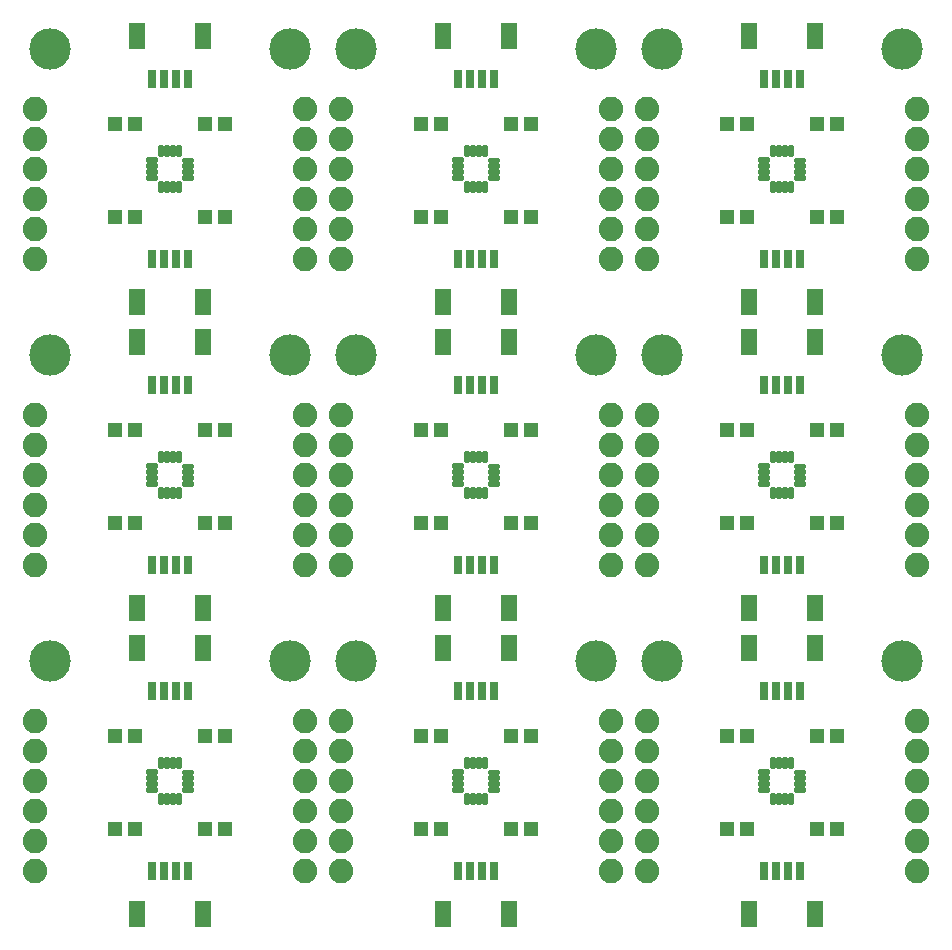
<source format=gts>
G75*
%MOIN*%
%OFA0B0*%
%FSLAX25Y25*%
%IPPOS*%
%LPD*%
%AMOC8*
5,1,8,0,0,1.08239X$1,22.5*
%
%ADD10C,0.01486*%
%ADD11R,0.05131X0.04737*%
%ADD12C,0.13800*%
%ADD13C,0.08200*%
%ADD14R,0.05524X0.08674*%
%ADD15R,0.03162X0.06115*%
D10*
X0198566Y0181784D02*
X0201226Y0181784D01*
X0198566Y0181784D02*
X0198566Y0182278D01*
X0201226Y0182278D01*
X0201226Y0181784D01*
X0201226Y0183753D02*
X0198566Y0183753D01*
X0198566Y0184247D01*
X0201226Y0184247D01*
X0201226Y0183753D01*
X0201226Y0185722D02*
X0198566Y0185722D01*
X0198566Y0186216D01*
X0201226Y0186216D01*
X0201226Y0185722D01*
X0201226Y0187690D02*
X0198566Y0187690D01*
X0198566Y0188184D01*
X0201226Y0188184D01*
X0201226Y0187690D01*
X0203143Y0189568D02*
X0203143Y0192228D01*
X0203143Y0189568D02*
X0202649Y0189568D01*
X0202649Y0192228D01*
X0203143Y0192228D01*
X0203143Y0191053D02*
X0202649Y0191053D01*
X0205112Y0192228D02*
X0205112Y0189568D01*
X0204618Y0189568D01*
X0204618Y0192228D01*
X0205112Y0192228D01*
X0205112Y0191053D02*
X0204618Y0191053D01*
X0207080Y0192228D02*
X0207080Y0189568D01*
X0206586Y0189568D01*
X0206586Y0192228D01*
X0207080Y0192228D01*
X0207080Y0191053D02*
X0206586Y0191053D01*
X0209049Y0192228D02*
X0209049Y0189568D01*
X0208555Y0189568D01*
X0208555Y0192228D01*
X0209049Y0192228D01*
X0209049Y0191053D02*
X0208555Y0191053D01*
X0210393Y0188145D02*
X0213053Y0188145D01*
X0213053Y0187651D01*
X0210393Y0187651D01*
X0210393Y0188145D01*
X0210393Y0186176D02*
X0213053Y0186176D01*
X0213053Y0185682D01*
X0210393Y0185682D01*
X0210393Y0186176D01*
X0210393Y0184208D02*
X0213053Y0184208D01*
X0213053Y0183714D01*
X0210393Y0183714D01*
X0210393Y0184208D01*
X0210393Y0182239D02*
X0213053Y0182239D01*
X0213053Y0181745D01*
X0210393Y0181745D01*
X0210393Y0182239D01*
X0208555Y0180401D02*
X0208555Y0177741D01*
X0208555Y0180401D02*
X0209049Y0180401D01*
X0209049Y0177741D01*
X0208555Y0177741D01*
X0208555Y0179226D02*
X0209049Y0179226D01*
X0206586Y0180401D02*
X0206586Y0177741D01*
X0206586Y0180401D02*
X0207080Y0180401D01*
X0207080Y0177741D01*
X0206586Y0177741D01*
X0206586Y0179226D02*
X0207080Y0179226D01*
X0204618Y0180401D02*
X0204618Y0177741D01*
X0204618Y0180401D02*
X0205112Y0180401D01*
X0205112Y0177741D01*
X0204618Y0177741D01*
X0204618Y0179226D02*
X0205112Y0179226D01*
X0202649Y0180401D02*
X0202649Y0177741D01*
X0202649Y0180401D02*
X0203143Y0180401D01*
X0203143Y0177741D01*
X0202649Y0177741D01*
X0202649Y0179226D02*
X0203143Y0179226D01*
X0300566Y0181784D02*
X0303226Y0181784D01*
X0300566Y0181784D02*
X0300566Y0182278D01*
X0303226Y0182278D01*
X0303226Y0181784D01*
X0303226Y0183753D02*
X0300566Y0183753D01*
X0300566Y0184247D01*
X0303226Y0184247D01*
X0303226Y0183753D01*
X0303226Y0185722D02*
X0300566Y0185722D01*
X0300566Y0186216D01*
X0303226Y0186216D01*
X0303226Y0185722D01*
X0303226Y0187690D02*
X0300566Y0187690D01*
X0300566Y0188184D01*
X0303226Y0188184D01*
X0303226Y0187690D01*
X0305143Y0189568D02*
X0305143Y0192228D01*
X0305143Y0189568D02*
X0304649Y0189568D01*
X0304649Y0192228D01*
X0305143Y0192228D01*
X0305143Y0191053D02*
X0304649Y0191053D01*
X0307112Y0192228D02*
X0307112Y0189568D01*
X0306618Y0189568D01*
X0306618Y0192228D01*
X0307112Y0192228D01*
X0307112Y0191053D02*
X0306618Y0191053D01*
X0309080Y0192228D02*
X0309080Y0189568D01*
X0308586Y0189568D01*
X0308586Y0192228D01*
X0309080Y0192228D01*
X0309080Y0191053D02*
X0308586Y0191053D01*
X0311049Y0192228D02*
X0311049Y0189568D01*
X0310555Y0189568D01*
X0310555Y0192228D01*
X0311049Y0192228D01*
X0311049Y0191053D02*
X0310555Y0191053D01*
X0312393Y0188145D02*
X0315053Y0188145D01*
X0315053Y0187651D01*
X0312393Y0187651D01*
X0312393Y0188145D01*
X0312393Y0186176D02*
X0315053Y0186176D01*
X0315053Y0185682D01*
X0312393Y0185682D01*
X0312393Y0186176D01*
X0312393Y0184208D02*
X0315053Y0184208D01*
X0315053Y0183714D01*
X0312393Y0183714D01*
X0312393Y0184208D01*
X0312393Y0182239D02*
X0315053Y0182239D01*
X0315053Y0181745D01*
X0312393Y0181745D01*
X0312393Y0182239D01*
X0310555Y0180401D02*
X0310555Y0177741D01*
X0310555Y0180401D02*
X0311049Y0180401D01*
X0311049Y0177741D01*
X0310555Y0177741D01*
X0310555Y0179226D02*
X0311049Y0179226D01*
X0308586Y0180401D02*
X0308586Y0177741D01*
X0308586Y0180401D02*
X0309080Y0180401D01*
X0309080Y0177741D01*
X0308586Y0177741D01*
X0308586Y0179226D02*
X0309080Y0179226D01*
X0306618Y0180401D02*
X0306618Y0177741D01*
X0306618Y0180401D02*
X0307112Y0180401D01*
X0307112Y0177741D01*
X0306618Y0177741D01*
X0306618Y0179226D02*
X0307112Y0179226D01*
X0304649Y0180401D02*
X0304649Y0177741D01*
X0304649Y0180401D02*
X0305143Y0180401D01*
X0305143Y0177741D01*
X0304649Y0177741D01*
X0304649Y0179226D02*
X0305143Y0179226D01*
X0402566Y0181784D02*
X0405226Y0181784D01*
X0402566Y0181784D02*
X0402566Y0182278D01*
X0405226Y0182278D01*
X0405226Y0181784D01*
X0405226Y0183753D02*
X0402566Y0183753D01*
X0402566Y0184247D01*
X0405226Y0184247D01*
X0405226Y0183753D01*
X0405226Y0185722D02*
X0402566Y0185722D01*
X0402566Y0186216D01*
X0405226Y0186216D01*
X0405226Y0185722D01*
X0405226Y0187690D02*
X0402566Y0187690D01*
X0402566Y0188184D01*
X0405226Y0188184D01*
X0405226Y0187690D01*
X0407143Y0189568D02*
X0407143Y0192228D01*
X0407143Y0189568D02*
X0406649Y0189568D01*
X0406649Y0192228D01*
X0407143Y0192228D01*
X0407143Y0191053D02*
X0406649Y0191053D01*
X0409112Y0192228D02*
X0409112Y0189568D01*
X0408618Y0189568D01*
X0408618Y0192228D01*
X0409112Y0192228D01*
X0409112Y0191053D02*
X0408618Y0191053D01*
X0411080Y0192228D02*
X0411080Y0189568D01*
X0410586Y0189568D01*
X0410586Y0192228D01*
X0411080Y0192228D01*
X0411080Y0191053D02*
X0410586Y0191053D01*
X0413049Y0192228D02*
X0413049Y0189568D01*
X0412555Y0189568D01*
X0412555Y0192228D01*
X0413049Y0192228D01*
X0413049Y0191053D02*
X0412555Y0191053D01*
X0414393Y0188145D02*
X0417053Y0188145D01*
X0417053Y0187651D01*
X0414393Y0187651D01*
X0414393Y0188145D01*
X0414393Y0186176D02*
X0417053Y0186176D01*
X0417053Y0185682D01*
X0414393Y0185682D01*
X0414393Y0186176D01*
X0414393Y0184208D02*
X0417053Y0184208D01*
X0417053Y0183714D01*
X0414393Y0183714D01*
X0414393Y0184208D01*
X0414393Y0182239D02*
X0417053Y0182239D01*
X0417053Y0181745D01*
X0414393Y0181745D01*
X0414393Y0182239D01*
X0412555Y0180401D02*
X0412555Y0177741D01*
X0412555Y0180401D02*
X0413049Y0180401D01*
X0413049Y0177741D01*
X0412555Y0177741D01*
X0412555Y0179226D02*
X0413049Y0179226D01*
X0410586Y0180401D02*
X0410586Y0177741D01*
X0410586Y0180401D02*
X0411080Y0180401D01*
X0411080Y0177741D01*
X0410586Y0177741D01*
X0410586Y0179226D02*
X0411080Y0179226D01*
X0408618Y0180401D02*
X0408618Y0177741D01*
X0408618Y0180401D02*
X0409112Y0180401D01*
X0409112Y0177741D01*
X0408618Y0177741D01*
X0408618Y0179226D02*
X0409112Y0179226D01*
X0406649Y0180401D02*
X0406649Y0177741D01*
X0406649Y0180401D02*
X0407143Y0180401D01*
X0407143Y0177741D01*
X0406649Y0177741D01*
X0406649Y0179226D02*
X0407143Y0179226D01*
X0406649Y0279741D02*
X0406649Y0282401D01*
X0407143Y0282401D01*
X0407143Y0279741D01*
X0406649Y0279741D01*
X0406649Y0281226D02*
X0407143Y0281226D01*
X0408618Y0282401D02*
X0408618Y0279741D01*
X0408618Y0282401D02*
X0409112Y0282401D01*
X0409112Y0279741D01*
X0408618Y0279741D01*
X0408618Y0281226D02*
X0409112Y0281226D01*
X0410586Y0282401D02*
X0410586Y0279741D01*
X0410586Y0282401D02*
X0411080Y0282401D01*
X0411080Y0279741D01*
X0410586Y0279741D01*
X0410586Y0281226D02*
X0411080Y0281226D01*
X0412555Y0282401D02*
X0412555Y0279741D01*
X0412555Y0282401D02*
X0413049Y0282401D01*
X0413049Y0279741D01*
X0412555Y0279741D01*
X0412555Y0281226D02*
X0413049Y0281226D01*
X0414393Y0284239D02*
X0417053Y0284239D01*
X0417053Y0283745D01*
X0414393Y0283745D01*
X0414393Y0284239D01*
X0414393Y0286208D02*
X0417053Y0286208D01*
X0417053Y0285714D01*
X0414393Y0285714D01*
X0414393Y0286208D01*
X0414393Y0288176D02*
X0417053Y0288176D01*
X0417053Y0287682D01*
X0414393Y0287682D01*
X0414393Y0288176D01*
X0414393Y0290145D02*
X0417053Y0290145D01*
X0417053Y0289651D01*
X0414393Y0289651D01*
X0414393Y0290145D01*
X0413049Y0291568D02*
X0413049Y0294228D01*
X0413049Y0291568D02*
X0412555Y0291568D01*
X0412555Y0294228D01*
X0413049Y0294228D01*
X0413049Y0293053D02*
X0412555Y0293053D01*
X0411080Y0294228D02*
X0411080Y0291568D01*
X0410586Y0291568D01*
X0410586Y0294228D01*
X0411080Y0294228D01*
X0411080Y0293053D02*
X0410586Y0293053D01*
X0409112Y0294228D02*
X0409112Y0291568D01*
X0408618Y0291568D01*
X0408618Y0294228D01*
X0409112Y0294228D01*
X0409112Y0293053D02*
X0408618Y0293053D01*
X0407143Y0294228D02*
X0407143Y0291568D01*
X0406649Y0291568D01*
X0406649Y0294228D01*
X0407143Y0294228D01*
X0407143Y0293053D02*
X0406649Y0293053D01*
X0405226Y0289690D02*
X0402566Y0289690D01*
X0402566Y0290184D01*
X0405226Y0290184D01*
X0405226Y0289690D01*
X0405226Y0287722D02*
X0402566Y0287722D01*
X0402566Y0288216D01*
X0405226Y0288216D01*
X0405226Y0287722D01*
X0405226Y0285753D02*
X0402566Y0285753D01*
X0402566Y0286247D01*
X0405226Y0286247D01*
X0405226Y0285753D01*
X0405226Y0283784D02*
X0402566Y0283784D01*
X0402566Y0284278D01*
X0405226Y0284278D01*
X0405226Y0283784D01*
X0315053Y0284239D02*
X0312393Y0284239D01*
X0315053Y0284239D02*
X0315053Y0283745D01*
X0312393Y0283745D01*
X0312393Y0284239D01*
X0312393Y0286208D02*
X0315053Y0286208D01*
X0315053Y0285714D01*
X0312393Y0285714D01*
X0312393Y0286208D01*
X0312393Y0288176D02*
X0315053Y0288176D01*
X0315053Y0287682D01*
X0312393Y0287682D01*
X0312393Y0288176D01*
X0312393Y0290145D02*
X0315053Y0290145D01*
X0315053Y0289651D01*
X0312393Y0289651D01*
X0312393Y0290145D01*
X0311049Y0291568D02*
X0311049Y0294228D01*
X0311049Y0291568D02*
X0310555Y0291568D01*
X0310555Y0294228D01*
X0311049Y0294228D01*
X0311049Y0293053D02*
X0310555Y0293053D01*
X0309080Y0294228D02*
X0309080Y0291568D01*
X0308586Y0291568D01*
X0308586Y0294228D01*
X0309080Y0294228D01*
X0309080Y0293053D02*
X0308586Y0293053D01*
X0307112Y0294228D02*
X0307112Y0291568D01*
X0306618Y0291568D01*
X0306618Y0294228D01*
X0307112Y0294228D01*
X0307112Y0293053D02*
X0306618Y0293053D01*
X0305143Y0294228D02*
X0305143Y0291568D01*
X0304649Y0291568D01*
X0304649Y0294228D01*
X0305143Y0294228D01*
X0305143Y0293053D02*
X0304649Y0293053D01*
X0303226Y0289690D02*
X0300566Y0289690D01*
X0300566Y0290184D01*
X0303226Y0290184D01*
X0303226Y0289690D01*
X0303226Y0287722D02*
X0300566Y0287722D01*
X0300566Y0288216D01*
X0303226Y0288216D01*
X0303226Y0287722D01*
X0303226Y0285753D02*
X0300566Y0285753D01*
X0300566Y0286247D01*
X0303226Y0286247D01*
X0303226Y0285753D01*
X0303226Y0283784D02*
X0300566Y0283784D01*
X0300566Y0284278D01*
X0303226Y0284278D01*
X0303226Y0283784D01*
X0304649Y0282401D02*
X0304649Y0279741D01*
X0304649Y0282401D02*
X0305143Y0282401D01*
X0305143Y0279741D01*
X0304649Y0279741D01*
X0304649Y0281226D02*
X0305143Y0281226D01*
X0306618Y0282401D02*
X0306618Y0279741D01*
X0306618Y0282401D02*
X0307112Y0282401D01*
X0307112Y0279741D01*
X0306618Y0279741D01*
X0306618Y0281226D02*
X0307112Y0281226D01*
X0308586Y0282401D02*
X0308586Y0279741D01*
X0308586Y0282401D02*
X0309080Y0282401D01*
X0309080Y0279741D01*
X0308586Y0279741D01*
X0308586Y0281226D02*
X0309080Y0281226D01*
X0310555Y0282401D02*
X0310555Y0279741D01*
X0310555Y0282401D02*
X0311049Y0282401D01*
X0311049Y0279741D01*
X0310555Y0279741D01*
X0310555Y0281226D02*
X0311049Y0281226D01*
X0213053Y0284239D02*
X0210393Y0284239D01*
X0213053Y0284239D02*
X0213053Y0283745D01*
X0210393Y0283745D01*
X0210393Y0284239D01*
X0210393Y0286208D02*
X0213053Y0286208D01*
X0213053Y0285714D01*
X0210393Y0285714D01*
X0210393Y0286208D01*
X0210393Y0288176D02*
X0213053Y0288176D01*
X0213053Y0287682D01*
X0210393Y0287682D01*
X0210393Y0288176D01*
X0210393Y0290145D02*
X0213053Y0290145D01*
X0213053Y0289651D01*
X0210393Y0289651D01*
X0210393Y0290145D01*
X0209049Y0291568D02*
X0209049Y0294228D01*
X0209049Y0291568D02*
X0208555Y0291568D01*
X0208555Y0294228D01*
X0209049Y0294228D01*
X0209049Y0293053D02*
X0208555Y0293053D01*
X0207080Y0294228D02*
X0207080Y0291568D01*
X0206586Y0291568D01*
X0206586Y0294228D01*
X0207080Y0294228D01*
X0207080Y0293053D02*
X0206586Y0293053D01*
X0205112Y0294228D02*
X0205112Y0291568D01*
X0204618Y0291568D01*
X0204618Y0294228D01*
X0205112Y0294228D01*
X0205112Y0293053D02*
X0204618Y0293053D01*
X0203143Y0294228D02*
X0203143Y0291568D01*
X0202649Y0291568D01*
X0202649Y0294228D01*
X0203143Y0294228D01*
X0203143Y0293053D02*
X0202649Y0293053D01*
X0201226Y0289690D02*
X0198566Y0289690D01*
X0198566Y0290184D01*
X0201226Y0290184D01*
X0201226Y0289690D01*
X0201226Y0287722D02*
X0198566Y0287722D01*
X0198566Y0288216D01*
X0201226Y0288216D01*
X0201226Y0287722D01*
X0201226Y0285753D02*
X0198566Y0285753D01*
X0198566Y0286247D01*
X0201226Y0286247D01*
X0201226Y0285753D01*
X0201226Y0283784D02*
X0198566Y0283784D01*
X0198566Y0284278D01*
X0201226Y0284278D01*
X0201226Y0283784D01*
X0202649Y0282401D02*
X0202649Y0279741D01*
X0202649Y0282401D02*
X0203143Y0282401D01*
X0203143Y0279741D01*
X0202649Y0279741D01*
X0202649Y0281226D02*
X0203143Y0281226D01*
X0204618Y0282401D02*
X0204618Y0279741D01*
X0204618Y0282401D02*
X0205112Y0282401D01*
X0205112Y0279741D01*
X0204618Y0279741D01*
X0204618Y0281226D02*
X0205112Y0281226D01*
X0206586Y0282401D02*
X0206586Y0279741D01*
X0206586Y0282401D02*
X0207080Y0282401D01*
X0207080Y0279741D01*
X0206586Y0279741D01*
X0206586Y0281226D02*
X0207080Y0281226D01*
X0208555Y0282401D02*
X0208555Y0279741D01*
X0208555Y0282401D02*
X0209049Y0282401D01*
X0209049Y0279741D01*
X0208555Y0279741D01*
X0208555Y0281226D02*
X0209049Y0281226D01*
X0208555Y0381741D02*
X0208555Y0384401D01*
X0209049Y0384401D01*
X0209049Y0381741D01*
X0208555Y0381741D01*
X0208555Y0383226D02*
X0209049Y0383226D01*
X0206586Y0384401D02*
X0206586Y0381741D01*
X0206586Y0384401D02*
X0207080Y0384401D01*
X0207080Y0381741D01*
X0206586Y0381741D01*
X0206586Y0383226D02*
X0207080Y0383226D01*
X0204618Y0384401D02*
X0204618Y0381741D01*
X0204618Y0384401D02*
X0205112Y0384401D01*
X0205112Y0381741D01*
X0204618Y0381741D01*
X0204618Y0383226D02*
X0205112Y0383226D01*
X0202649Y0384401D02*
X0202649Y0381741D01*
X0202649Y0384401D02*
X0203143Y0384401D01*
X0203143Y0381741D01*
X0202649Y0381741D01*
X0202649Y0383226D02*
X0203143Y0383226D01*
X0201226Y0385784D02*
X0198566Y0385784D01*
X0198566Y0386278D01*
X0201226Y0386278D01*
X0201226Y0385784D01*
X0201226Y0387753D02*
X0198566Y0387753D01*
X0198566Y0388247D01*
X0201226Y0388247D01*
X0201226Y0387753D01*
X0201226Y0389722D02*
X0198566Y0389722D01*
X0198566Y0390216D01*
X0201226Y0390216D01*
X0201226Y0389722D01*
X0201226Y0391690D02*
X0198566Y0391690D01*
X0198566Y0392184D01*
X0201226Y0392184D01*
X0201226Y0391690D01*
X0203143Y0393568D02*
X0203143Y0396228D01*
X0203143Y0393568D02*
X0202649Y0393568D01*
X0202649Y0396228D01*
X0203143Y0396228D01*
X0203143Y0395053D02*
X0202649Y0395053D01*
X0205112Y0396228D02*
X0205112Y0393568D01*
X0204618Y0393568D01*
X0204618Y0396228D01*
X0205112Y0396228D01*
X0205112Y0395053D02*
X0204618Y0395053D01*
X0207080Y0396228D02*
X0207080Y0393568D01*
X0206586Y0393568D01*
X0206586Y0396228D01*
X0207080Y0396228D01*
X0207080Y0395053D02*
X0206586Y0395053D01*
X0209049Y0396228D02*
X0209049Y0393568D01*
X0208555Y0393568D01*
X0208555Y0396228D01*
X0209049Y0396228D01*
X0209049Y0395053D02*
X0208555Y0395053D01*
X0210393Y0392145D02*
X0213053Y0392145D01*
X0213053Y0391651D01*
X0210393Y0391651D01*
X0210393Y0392145D01*
X0210393Y0390176D02*
X0213053Y0390176D01*
X0213053Y0389682D01*
X0210393Y0389682D01*
X0210393Y0390176D01*
X0210393Y0388208D02*
X0213053Y0388208D01*
X0213053Y0387714D01*
X0210393Y0387714D01*
X0210393Y0388208D01*
X0210393Y0386239D02*
X0213053Y0386239D01*
X0213053Y0385745D01*
X0210393Y0385745D01*
X0210393Y0386239D01*
X0300566Y0385784D02*
X0303226Y0385784D01*
X0300566Y0385784D02*
X0300566Y0386278D01*
X0303226Y0386278D01*
X0303226Y0385784D01*
X0303226Y0387753D02*
X0300566Y0387753D01*
X0300566Y0388247D01*
X0303226Y0388247D01*
X0303226Y0387753D01*
X0303226Y0389722D02*
X0300566Y0389722D01*
X0300566Y0390216D01*
X0303226Y0390216D01*
X0303226Y0389722D01*
X0303226Y0391690D02*
X0300566Y0391690D01*
X0300566Y0392184D01*
X0303226Y0392184D01*
X0303226Y0391690D01*
X0305143Y0393568D02*
X0305143Y0396228D01*
X0305143Y0393568D02*
X0304649Y0393568D01*
X0304649Y0396228D01*
X0305143Y0396228D01*
X0305143Y0395053D02*
X0304649Y0395053D01*
X0307112Y0396228D02*
X0307112Y0393568D01*
X0306618Y0393568D01*
X0306618Y0396228D01*
X0307112Y0396228D01*
X0307112Y0395053D02*
X0306618Y0395053D01*
X0309080Y0396228D02*
X0309080Y0393568D01*
X0308586Y0393568D01*
X0308586Y0396228D01*
X0309080Y0396228D01*
X0309080Y0395053D02*
X0308586Y0395053D01*
X0311049Y0396228D02*
X0311049Y0393568D01*
X0310555Y0393568D01*
X0310555Y0396228D01*
X0311049Y0396228D01*
X0311049Y0395053D02*
X0310555Y0395053D01*
X0312393Y0392145D02*
X0315053Y0392145D01*
X0315053Y0391651D01*
X0312393Y0391651D01*
X0312393Y0392145D01*
X0312393Y0390176D02*
X0315053Y0390176D01*
X0315053Y0389682D01*
X0312393Y0389682D01*
X0312393Y0390176D01*
X0312393Y0388208D02*
X0315053Y0388208D01*
X0315053Y0387714D01*
X0312393Y0387714D01*
X0312393Y0388208D01*
X0312393Y0386239D02*
X0315053Y0386239D01*
X0315053Y0385745D01*
X0312393Y0385745D01*
X0312393Y0386239D01*
X0310555Y0384401D02*
X0310555Y0381741D01*
X0310555Y0384401D02*
X0311049Y0384401D01*
X0311049Y0381741D01*
X0310555Y0381741D01*
X0310555Y0383226D02*
X0311049Y0383226D01*
X0308586Y0384401D02*
X0308586Y0381741D01*
X0308586Y0384401D02*
X0309080Y0384401D01*
X0309080Y0381741D01*
X0308586Y0381741D01*
X0308586Y0383226D02*
X0309080Y0383226D01*
X0306618Y0384401D02*
X0306618Y0381741D01*
X0306618Y0384401D02*
X0307112Y0384401D01*
X0307112Y0381741D01*
X0306618Y0381741D01*
X0306618Y0383226D02*
X0307112Y0383226D01*
X0304649Y0384401D02*
X0304649Y0381741D01*
X0304649Y0384401D02*
X0305143Y0384401D01*
X0305143Y0381741D01*
X0304649Y0381741D01*
X0304649Y0383226D02*
X0305143Y0383226D01*
X0402566Y0385784D02*
X0405226Y0385784D01*
X0402566Y0385784D02*
X0402566Y0386278D01*
X0405226Y0386278D01*
X0405226Y0385784D01*
X0405226Y0387753D02*
X0402566Y0387753D01*
X0402566Y0388247D01*
X0405226Y0388247D01*
X0405226Y0387753D01*
X0405226Y0389722D02*
X0402566Y0389722D01*
X0402566Y0390216D01*
X0405226Y0390216D01*
X0405226Y0389722D01*
X0405226Y0391690D02*
X0402566Y0391690D01*
X0402566Y0392184D01*
X0405226Y0392184D01*
X0405226Y0391690D01*
X0407143Y0393568D02*
X0407143Y0396228D01*
X0407143Y0393568D02*
X0406649Y0393568D01*
X0406649Y0396228D01*
X0407143Y0396228D01*
X0407143Y0395053D02*
X0406649Y0395053D01*
X0409112Y0396228D02*
X0409112Y0393568D01*
X0408618Y0393568D01*
X0408618Y0396228D01*
X0409112Y0396228D01*
X0409112Y0395053D02*
X0408618Y0395053D01*
X0411080Y0396228D02*
X0411080Y0393568D01*
X0410586Y0393568D01*
X0410586Y0396228D01*
X0411080Y0396228D01*
X0411080Y0395053D02*
X0410586Y0395053D01*
X0413049Y0396228D02*
X0413049Y0393568D01*
X0412555Y0393568D01*
X0412555Y0396228D01*
X0413049Y0396228D01*
X0413049Y0395053D02*
X0412555Y0395053D01*
X0414393Y0392145D02*
X0417053Y0392145D01*
X0417053Y0391651D01*
X0414393Y0391651D01*
X0414393Y0392145D01*
X0414393Y0390176D02*
X0417053Y0390176D01*
X0417053Y0389682D01*
X0414393Y0389682D01*
X0414393Y0390176D01*
X0414393Y0388208D02*
X0417053Y0388208D01*
X0417053Y0387714D01*
X0414393Y0387714D01*
X0414393Y0388208D01*
X0414393Y0386239D02*
X0417053Y0386239D01*
X0417053Y0385745D01*
X0414393Y0385745D01*
X0414393Y0386239D01*
X0412555Y0384401D02*
X0412555Y0381741D01*
X0412555Y0384401D02*
X0413049Y0384401D01*
X0413049Y0381741D01*
X0412555Y0381741D01*
X0412555Y0383226D02*
X0413049Y0383226D01*
X0410586Y0384401D02*
X0410586Y0381741D01*
X0410586Y0384401D02*
X0411080Y0384401D01*
X0411080Y0381741D01*
X0410586Y0381741D01*
X0410586Y0383226D02*
X0411080Y0383226D01*
X0408618Y0384401D02*
X0408618Y0381741D01*
X0408618Y0384401D02*
X0409112Y0384401D01*
X0409112Y0381741D01*
X0408618Y0381741D01*
X0408618Y0383226D02*
X0409112Y0383226D01*
X0406649Y0384401D02*
X0406649Y0381741D01*
X0406649Y0384401D02*
X0407143Y0384401D01*
X0407143Y0381741D01*
X0406649Y0381741D01*
X0406649Y0383226D02*
X0407143Y0383226D01*
D11*
X0398180Y0373000D03*
X0391487Y0373000D03*
X0421487Y0373000D03*
X0428180Y0373000D03*
X0428180Y0404000D03*
X0421487Y0404000D03*
X0398180Y0404000D03*
X0391487Y0404000D03*
X0326180Y0404000D03*
X0319487Y0404000D03*
X0296180Y0404000D03*
X0289487Y0404000D03*
X0289487Y0373000D03*
X0296180Y0373000D03*
X0319487Y0373000D03*
X0326180Y0373000D03*
X0326180Y0302000D03*
X0319487Y0302000D03*
X0296180Y0302000D03*
X0289487Y0302000D03*
X0289487Y0271000D03*
X0296180Y0271000D03*
X0319487Y0271000D03*
X0326180Y0271000D03*
X0391487Y0271000D03*
X0398180Y0271000D03*
X0421487Y0271000D03*
X0428180Y0271000D03*
X0428180Y0302000D03*
X0421487Y0302000D03*
X0398180Y0302000D03*
X0391487Y0302000D03*
X0391487Y0200000D03*
X0398180Y0200000D03*
X0421487Y0200000D03*
X0428180Y0200000D03*
X0428180Y0169000D03*
X0421487Y0169000D03*
X0398180Y0169000D03*
X0391487Y0169000D03*
X0326180Y0169000D03*
X0319487Y0169000D03*
X0296180Y0169000D03*
X0289487Y0169000D03*
X0289487Y0200000D03*
X0296180Y0200000D03*
X0319487Y0200000D03*
X0326180Y0200000D03*
X0224180Y0200000D03*
X0217487Y0200000D03*
X0194180Y0200000D03*
X0187487Y0200000D03*
X0187487Y0169000D03*
X0194180Y0169000D03*
X0217487Y0169000D03*
X0224180Y0169000D03*
X0224180Y0271000D03*
X0217487Y0271000D03*
X0194180Y0271000D03*
X0187487Y0271000D03*
X0187487Y0302000D03*
X0194180Y0302000D03*
X0217487Y0302000D03*
X0224180Y0302000D03*
X0224180Y0373000D03*
X0217487Y0373000D03*
X0194180Y0373000D03*
X0187487Y0373000D03*
X0187487Y0404000D03*
X0194180Y0404000D03*
X0217487Y0404000D03*
X0224180Y0404000D03*
D12*
X0245833Y0429000D03*
X0267833Y0429000D03*
X0347833Y0429000D03*
X0369833Y0429000D03*
X0449833Y0429000D03*
X0449833Y0327000D03*
X0369833Y0327000D03*
X0347833Y0327000D03*
X0267833Y0327000D03*
X0245833Y0327000D03*
X0165833Y0327000D03*
X0165833Y0225000D03*
X0245833Y0225000D03*
X0267833Y0225000D03*
X0347833Y0225000D03*
X0369833Y0225000D03*
X0449833Y0225000D03*
X0165833Y0429000D03*
D13*
X0160833Y0155000D03*
X0160833Y0165000D03*
X0160833Y0175000D03*
X0160833Y0185000D03*
X0160833Y0195000D03*
X0160833Y0205000D03*
X0160833Y0257000D03*
X0160833Y0267000D03*
X0160833Y0277000D03*
X0160833Y0287000D03*
X0160833Y0297000D03*
X0160833Y0307000D03*
X0160833Y0359000D03*
X0160833Y0369000D03*
X0160833Y0379000D03*
X0160833Y0389000D03*
X0160833Y0399000D03*
X0160833Y0409000D03*
X0250833Y0409000D03*
X0250833Y0399000D03*
X0250833Y0389000D03*
X0250833Y0379000D03*
X0250833Y0369000D03*
X0250833Y0359000D03*
X0262833Y0359000D03*
X0262833Y0369000D03*
X0262833Y0379000D03*
X0262833Y0389000D03*
X0262833Y0399000D03*
X0262833Y0409000D03*
X0352833Y0409000D03*
X0352833Y0399000D03*
X0352833Y0389000D03*
X0352833Y0379000D03*
X0352833Y0369000D03*
X0352833Y0359000D03*
X0364833Y0359000D03*
X0364833Y0369000D03*
X0364833Y0379000D03*
X0364833Y0389000D03*
X0364833Y0399000D03*
X0364833Y0409000D03*
X0454833Y0409000D03*
X0454833Y0399000D03*
X0454833Y0389000D03*
X0454833Y0379000D03*
X0454833Y0369000D03*
X0454833Y0359000D03*
X0454833Y0307000D03*
X0454833Y0297000D03*
X0454833Y0287000D03*
X0454833Y0277000D03*
X0454833Y0267000D03*
X0454833Y0257000D03*
X0454833Y0205000D03*
X0454833Y0195000D03*
X0454833Y0185000D03*
X0454833Y0175000D03*
X0454833Y0165000D03*
X0454833Y0155000D03*
X0364833Y0155000D03*
X0364833Y0165000D03*
X0364833Y0175000D03*
X0364833Y0185000D03*
X0364833Y0195000D03*
X0364833Y0205000D03*
X0352833Y0205000D03*
X0352833Y0195000D03*
X0352833Y0185000D03*
X0352833Y0175000D03*
X0352833Y0165000D03*
X0352833Y0155000D03*
X0262833Y0155000D03*
X0262833Y0165000D03*
X0262833Y0175000D03*
X0262833Y0185000D03*
X0262833Y0195000D03*
X0250833Y0195000D03*
X0250833Y0185000D03*
X0250833Y0175000D03*
X0250833Y0165000D03*
X0250833Y0155000D03*
X0250833Y0205000D03*
X0262833Y0205000D03*
X0262833Y0257000D03*
X0262833Y0267000D03*
X0262833Y0277000D03*
X0262833Y0287000D03*
X0262833Y0297000D03*
X0262833Y0307000D03*
X0250833Y0307000D03*
X0250833Y0297000D03*
X0250833Y0287000D03*
X0250833Y0277000D03*
X0250833Y0267000D03*
X0250833Y0257000D03*
X0352833Y0257000D03*
X0352833Y0267000D03*
X0352833Y0277000D03*
X0352833Y0287000D03*
X0352833Y0297000D03*
X0352833Y0307000D03*
X0364833Y0307000D03*
X0364833Y0297000D03*
X0364833Y0287000D03*
X0364833Y0277000D03*
X0364833Y0267000D03*
X0364833Y0257000D03*
D14*
X0398810Y0242531D03*
X0398810Y0229469D03*
X0420857Y0229469D03*
X0420857Y0242531D03*
X0420857Y0331469D03*
X0420857Y0344531D03*
X0398810Y0344531D03*
X0398810Y0331469D03*
X0318857Y0331469D03*
X0318857Y0344531D03*
X0296810Y0344531D03*
X0296810Y0331469D03*
X0216857Y0331469D03*
X0216857Y0344531D03*
X0194810Y0344531D03*
X0194810Y0331469D03*
X0194810Y0242531D03*
X0194810Y0229469D03*
X0216857Y0229469D03*
X0216857Y0242531D03*
X0296810Y0242531D03*
X0296810Y0229469D03*
X0318857Y0229469D03*
X0318857Y0242531D03*
X0318857Y0140531D03*
X0296810Y0140531D03*
X0216857Y0140531D03*
X0194810Y0140531D03*
X0398810Y0140531D03*
X0420857Y0140531D03*
X0420857Y0433469D03*
X0398810Y0433469D03*
X0318857Y0433469D03*
X0296810Y0433469D03*
X0216857Y0433469D03*
X0194810Y0433469D03*
D15*
X0199928Y0419000D03*
X0203865Y0419000D03*
X0207802Y0419000D03*
X0211739Y0419000D03*
X0211739Y0359000D03*
X0207802Y0359000D03*
X0203865Y0359000D03*
X0199928Y0359000D03*
X0199928Y0317000D03*
X0203865Y0317000D03*
X0207802Y0317000D03*
X0211739Y0317000D03*
X0211739Y0257000D03*
X0207802Y0257000D03*
X0203865Y0257000D03*
X0199928Y0257000D03*
X0199928Y0215000D03*
X0203865Y0215000D03*
X0207802Y0215000D03*
X0211739Y0215000D03*
X0211739Y0155000D03*
X0207802Y0155000D03*
X0203865Y0155000D03*
X0199928Y0155000D03*
X0301928Y0155000D03*
X0305865Y0155000D03*
X0309802Y0155000D03*
X0313739Y0155000D03*
X0313739Y0215000D03*
X0309802Y0215000D03*
X0305865Y0215000D03*
X0301928Y0215000D03*
X0301928Y0257000D03*
X0305865Y0257000D03*
X0309802Y0257000D03*
X0313739Y0257000D03*
X0313739Y0317000D03*
X0309802Y0317000D03*
X0305865Y0317000D03*
X0301928Y0317000D03*
X0301928Y0359000D03*
X0305865Y0359000D03*
X0309802Y0359000D03*
X0313739Y0359000D03*
X0313739Y0419000D03*
X0309802Y0419000D03*
X0305865Y0419000D03*
X0301928Y0419000D03*
X0403928Y0419000D03*
X0407865Y0419000D03*
X0411802Y0419000D03*
X0415739Y0419000D03*
X0415739Y0359000D03*
X0411802Y0359000D03*
X0407865Y0359000D03*
X0403928Y0359000D03*
X0403928Y0317000D03*
X0407865Y0317000D03*
X0411802Y0317000D03*
X0415739Y0317000D03*
X0415739Y0257000D03*
X0411802Y0257000D03*
X0407865Y0257000D03*
X0403928Y0257000D03*
X0403928Y0215000D03*
X0407865Y0215000D03*
X0411802Y0215000D03*
X0415739Y0215000D03*
X0415739Y0155000D03*
X0411802Y0155000D03*
X0407865Y0155000D03*
X0403928Y0155000D03*
M02*

</source>
